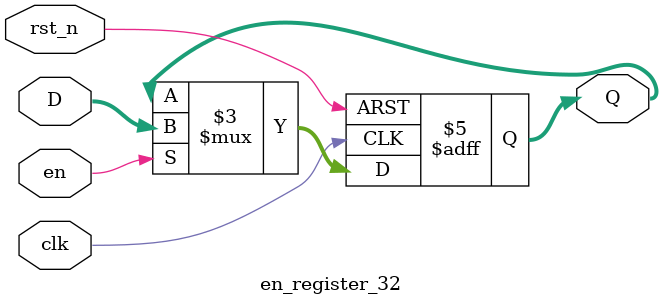
<source format=v>
module en_register_32(input wire [31:0] D, input wire clk, en, rst_n, output reg [31:0] Q);

	always@(posedge clk, negedge rst_n) begin
		if (~rst_n)
			Q <= 0;
		else if (en)
			Q <= D;
	end
	
endmodule

</source>
